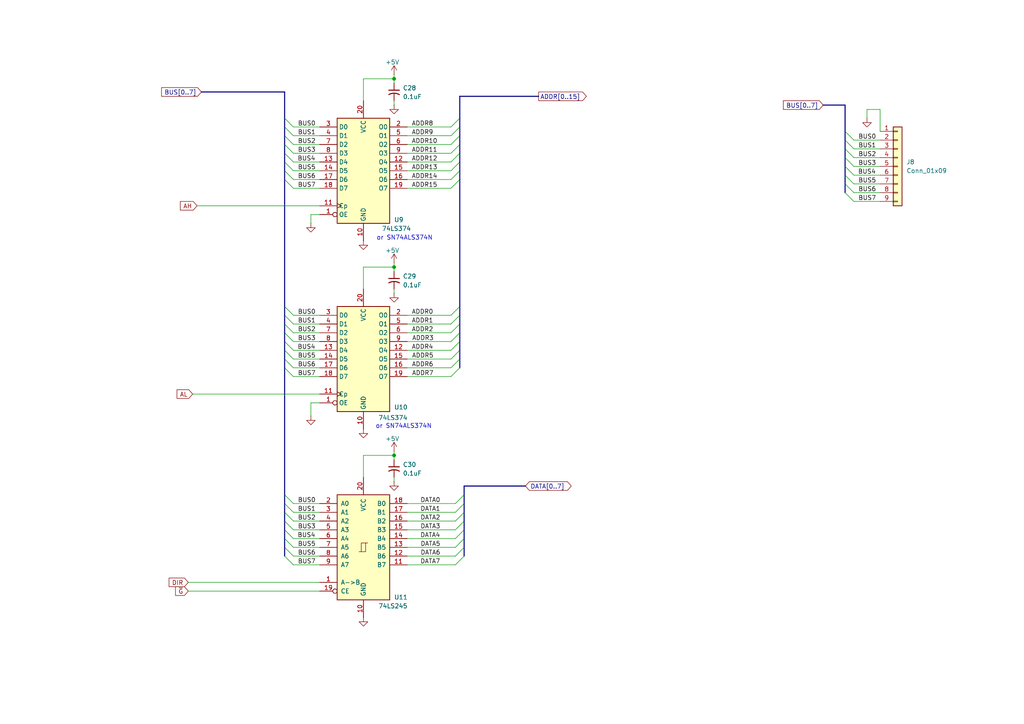
<source format=kicad_sch>
(kicad_sch (version 20250114) (generator "eeschema") (generator_version "9.0")
  (paper "A4")
  (title_block (title "MyCPU") (date "2025-06-23") (company "Sylvain Fortin"))
  (lib_symbols
    (symbol "74xx:74LS245" (pin_names (offset 1.016))
      (property "Reference" "U" (at -7.62 16.51 0))
      (property "Value" "74LS245" (at -7.62 -16.51 0))
      (symbol "74LS245_1_0"
        (polyline (pts (xy -1.27 -1.27) (xy 0.635 -1.27) (xy 0.635 1.27) (xy 1.27 1.27)))
        (polyline (pts (xy -0.635 -1.27) (xy -0.635 1.27) (xy 0.635 1.27)))
        (pin tri_state line (at -12.7 12.7 0) (length 5.08) (name "A0") (number "2"))
        (pin tri_state line (at -12.7 10.16 0) (length 5.08) (name "A1") (number "3"))
        (pin tri_state line (at -12.7 7.62 0) (length 5.08) (name "A2") (number "4"))
        (pin tri_state line (at -12.7 5.08 0) (length 5.08) (name "A3") (number "5"))
        (pin tri_state line (at -12.7 2.54 0) (length 5.08) (name "A4") (number "6"))
        (pin tri_state line (at -12.7 0 0) (length 5.08) (name "A5") (number "7"))
        (pin tri_state line (at -12.7 -2.54 0) (length 5.08) (name "A6") (number "8"))
        (pin tri_state line (at -12.7 -5.08 0) (length 5.08) (name "A7") (number "9"))
        (pin input line (at -12.7 -10.16 0) (length 5.08) (name "A->B") (number "1"))
        (pin input inverted (at -12.7 -12.7 0) (length 5.08) (name "CE") (number "19"))
        (pin power_in line (at 0 20.32 270) (length 5.08) (name "VCC") (number "20"))
        (pin power_in line (at 0 -20.32 90) (length 5.08) (name "GND") (number "10"))
        (pin tri_state line (at 12.7 12.7 180) (length 5.08) (name "B0") (number "18"))
        (pin tri_state line (at 12.7 10.16 180) (length 5.08) (name "B1") (number "17"))
        (pin tri_state line (at 12.7 7.62 180) (length 5.08) (name "B2") (number "16"))
        (pin tri_state line (at 12.7 5.08 180) (length 5.08) (name "B3") (number "15"))
        (pin tri_state line (at 12.7 2.54 180) (length 5.08) (name "B4") (number "14"))
        (pin tri_state line (at 12.7 0 180) (length 5.08) (name "B5") (number "13"))
        (pin tri_state line (at 12.7 -2.54 180) (length 5.08) (name "B6") (number "12"))
        (pin tri_state line (at 12.7 -5.08 180) (length 5.08) (name "B7") (number "11"))
      )
      (symbol "74LS245_1_1"
        (rectangle (start -7.62 15.24) (end 7.62 -15.24) (stroke (width 0.254)) (fill (type background)))
      )
    )
    (symbol "74xx:74LS374"
      (property "Reference" "U" (at -7.62 16.51 0))
      (property "Value" "74LS374" (at -7.62 -16.51 0))
      (symbol "74LS374_1_0"
        (pin input line (at -12.7 12.7 0) (length 5.08) (name "D0") (number "3"))
        (pin input line (at -12.7 10.16 0) (length 5.08) (name "D1") (number "4"))
        (pin input line (at -12.7 7.62 0) (length 5.08) (name "D2") (number "7"))
        (pin input line (at -12.7 5.08 0) (length 5.08) (name "D3") (number "8"))
        (pin input line (at -12.7 2.54 0) (length 5.08) (name "D4") (number "13"))
        (pin input line (at -12.7 0 0) (length 5.08) (name "D5") (number "14"))
        (pin input line (at -12.7 -2.54 0) (length 5.08) (name "D6") (number "17"))
        (pin input line (at -12.7 -5.08 0) (length 5.08) (name "D7") (number "18"))
        (pin input clock (at -12.7 -10.16 0) (length 5.08) (name "Cp") (number "11"))
        (pin input inverted (at -12.7 -12.7 0) (length 5.08) (name "OE") (number "1"))
        (pin power_in line (at 0 20.32 270) (length 5.08) (name "VCC") (number "20"))
        (pin power_in line (at 0 -20.32 90) (length 5.08) (name "GND") (number "10"))
        (pin tri_state line (at 12.7 12.7 180) (length 5.08) (name "O0") (number "2"))
        (pin tri_state line (at 12.7 10.16 180) (length 5.08) (name "O1") (number "5"))
        (pin tri_state line (at 12.7 7.62 180) (length 5.08) (name "O2") (number "6"))
        (pin tri_state line (at 12.7 5.08 180) (length 5.08) (name "O3") (number "9"))
        (pin tri_state line (at 12.7 2.54 180) (length 5.08) (name "O4") (number "12"))
        (pin tri_state line (at 12.7 0 180) (length 5.08) (name "O5") (number "15"))
        (pin tri_state line (at 12.7 -2.54 180) (length 5.08) (name "O6") (number "16"))
        (pin tri_state line (at 12.7 -5.08 180) (length 5.08) (name "O7") (number "19"))
      )
      (symbol "74LS374_1_1"
        (rectangle (start -7.62 15.24) (end 7.62 -15.24) (stroke (width 0.254)) (fill (type background)))
      )
    )
    (symbol "Connector_Generic:Conn_01x09" (pin_names (offset 1.016) (hide yes))
      (property "Reference" "J" (at 0 12.7 0))
      (property "Value" "Conn_01x09" (at 0 -12.7 0))
      (symbol "Conn_01x09_1_1"
        (rectangle (start -1.27 11.43) (end 1.27 -11.43) (stroke (width 0.254)) (fill (type background)))
        (rectangle (start -1.27 10.287) (end 0 10.033) (stroke (width 0.1524)))
        (rectangle (start -1.27 7.747) (end 0 7.493) (stroke (width 0.1524)))
        (rectangle (start -1.27 5.207) (end 0 4.953) (stroke (width 0.1524)))
        (rectangle (start -1.27 2.667) (end 0 2.413) (stroke (width 0.1524)))
        (rectangle (start -1.27 0.127) (end 0 -0.127) (stroke (width 0.1524)))
        (rectangle (start -1.27 -2.413) (end 0 -2.667) (stroke (width 0.1524)))
        (rectangle (start -1.27 -4.953) (end 0 -5.207) (stroke (width 0.1524)))
        (rectangle (start -1.27 -7.493) (end 0 -7.747) (stroke (width 0.1524)))
        (rectangle (start -1.27 -10.033) (end 0 -10.287) (stroke (width 0.1524)))
        (pin passive line (at -5.08 10.16 0) (length 3.81) (name "Pin_1") (number "1"))
        (pin passive line (at -5.08 7.62 0) (length 3.81) (name "Pin_2") (number "2"))
        (pin passive line (at -5.08 5.08 0) (length 3.81) (name "Pin_3") (number "3"))
        (pin passive line (at -5.08 2.54 0) (length 3.81) (name "Pin_4") (number "4"))
        (pin passive line (at -5.08 0 0) (length 3.81) (name "Pin_5") (number "5"))
        (pin passive line (at -5.08 -2.54 0) (length 3.81) (name "Pin_6") (number "6"))
        (pin passive line (at -5.08 -5.08 0) (length 3.81) (name "Pin_7") (number "7"))
        (pin passive line (at -5.08 -7.62 0) (length 3.81) (name "Pin_8") (number "8"))
        (pin passive line (at -5.08 -10.16 0) (length 3.81) (name "Pin_9") (number "9"))
      )
    )
    (symbol "Device:C_Small_US" (pin_numbers (hide yes)) (pin_names (offset 0.254) (hide yes))
      (property "Reference" "C" (at 0.254 1.778 0))
      (property "Value" "C_Small_US" (at 0.254 -2.032 0))
      (symbol "C_Small_US_0_1"
        (polyline (pts (xy -1.524 0.508) (xy 1.524 0.508)) (stroke (width 0.3048)))
        (arc (start -1.524 -0.762) (mid 0 -0.3734) (end 1.524 -0.762) (stroke (width 0.3048)))
      )
      (symbol "C_Small_US_1_1"
        (pin passive line (at 0 2.54 270) (length 2.032) (name "~") (number "1"))
        (pin passive line (at 0 -2.54 90) (length 2.032) (name "~") (number "2"))
      )
    )
    (symbol "power:+5V" (power) (pin_numbers (hide yes)) (pin_names (offset 0) (hide yes))
      (property "Value" "+5V" (at 0 3.556 0))
      (symbol "+5V_0_1"
        (polyline (pts (xy -0.762 1.27) (xy 0 2.54)))
        (polyline (pts (xy 0 2.54) (xy 0.762 1.27)))
        (polyline (pts (xy 0 0) (xy 0 2.54)))
      )
      (symbol "+5V_1_1"
        (pin power_in line (at 0 0 90) (length 0) (name "~") (number "1"))
      )
    )
    (symbol "power:GND" (power) (pin_numbers (hide yes)) (pin_names (offset 0) (hide yes))
      (property "Value" "GND" (at 0 -3.81 0))
      (symbol "GND_0_1"
        (polyline (pts (xy 0 0) (xy 0 -1.27) (xy 1.27 -1.27) (xy 0 -2.54) (xy -1.27 -1.27) (xy 0 -1.27)))
      )
      (symbol "GND_1_1"
        (pin power_in line (at 0 0 270) (length 0) (name "~") (number "1"))
      )
    )
  )
  (text "or SN74ALS374N" (at 117.094 123.698 0) (effects (font (size 1.27 1.27))))
  (text "or SN74ALS374N" (at 117.348 69.088 0) (effects (font (size 1.27 1.27))))
  (junction (at 114.3 22.86))
  (junction (at 114.3 132.08))
  (junction (at 114.3 77.47))
  (bus_entry (at 82.55 44.45) (size 2.54 2.54))
  (bus_entry (at 245.11 55.88) (size 2.54 2.54))
  (bus_entry (at 130.81 44.45) (size 2.54 -2.54))
  (bus_entry (at 82.55 36.83) (size 2.54 2.54))
  (bus_entry (at 130.81 93.98) (size 2.54 -2.54))
  (bus_entry (at 245.11 38.1) (size 2.54 2.54))
  (bus_entry (at 130.81 49.53) (size 2.54 -2.54))
  (bus_entry (at 130.81 101.6) (size 2.54 -2.54))
  (bus_entry (at 82.55 104.14) (size 2.54 2.54))
  (bus_entry (at 132.08 153.67) (size 2.54 -2.54))
  (bus_entry (at 82.55 96.52) (size 2.54 2.54))
  (bus_entry (at 130.81 41.91) (size 2.54 -2.54))
  (bus_entry (at 130.81 104.14) (size 2.54 -2.54))
  (bus_entry (at 82.55 153.67) (size 2.54 2.54))
  (bus_entry (at 82.55 148.59) (size 2.54 2.54))
  (bus_entry (at 132.08 146.05) (size 2.54 -2.54))
  (bus_entry (at 82.55 41.91) (size 2.54 2.54))
  (bus_entry (at 82.55 158.75) (size 2.54 2.54))
  (bus_entry (at 82.55 91.44) (size 2.54 2.54))
  (bus_entry (at 245.11 50.8) (size 2.54 2.54))
  (bus_entry (at 130.81 54.61) (size 2.54 -2.54))
  (bus_entry (at 245.11 40.64) (size 2.54 2.54))
  (bus_entry (at 130.81 106.68) (size 2.54 -2.54))
  (bus_entry (at 245.11 43.18) (size 2.54 2.54))
  (bus_entry (at 82.55 106.68) (size 2.54 2.54))
  (bus_entry (at 130.81 96.52) (size 2.54 -2.54))
  (bus_entry (at 130.81 39.37) (size 2.54 -2.54))
  (bus_entry (at 132.08 158.75) (size 2.54 -2.54))
  (bus_entry (at 130.81 99.06) (size 2.54 -2.54))
  (bus_entry (at 82.55 143.51) (size 2.54 2.54))
  (bus_entry (at 132.08 151.13) (size 2.54 -2.54))
  (bus_entry (at 82.55 101.6) (size 2.54 2.54))
  (bus_entry (at 82.55 151.13) (size 2.54 2.54))
  (bus_entry (at 82.55 99.06) (size 2.54 2.54))
  (bus_entry (at 245.11 53.34) (size 2.54 2.54))
  (bus_entry (at 245.11 45.72) (size 2.54 2.54))
  (bus_entry (at 82.55 34.29) (size 2.54 2.54))
  (bus_entry (at 82.55 156.21) (size 2.54 2.54))
  (bus_entry (at 130.81 109.22) (size 2.54 -2.54))
  (bus_entry (at 132.08 148.59) (size 2.54 -2.54))
  (bus_entry (at 82.55 52.07) (size 2.54 2.54))
  (bus_entry (at 82.55 146.05) (size 2.54 2.54))
  (bus_entry (at 82.55 46.99) (size 2.54 2.54))
  (bus_entry (at 132.08 156.21) (size 2.54 -2.54))
  (bus_entry (at 82.55 161.29) (size 2.54 2.54))
  (bus_entry (at 82.55 93.98) (size 2.54 2.54))
  (bus_entry (at 132.08 163.83) (size 2.54 -2.54))
  (bus_entry (at 130.81 36.83) (size 2.54 -2.54))
  (bus_entry (at 82.55 49.53) (size 2.54 2.54))
  (bus_entry (at 130.81 46.99) (size 2.54 -2.54))
  (bus_entry (at 130.81 91.44) (size 2.54 -2.54))
  (bus_entry (at 245.11 48.26) (size 2.54 2.54))
  (bus_entry (at 82.55 88.9) (size 2.54 2.54))
  (bus_entry (at 132.08 161.29) (size 2.54 -2.54))
  (bus_entry (at 130.81 52.07) (size 2.54 -2.54))
  (bus_entry (at 82.55 39.37) (size 2.54 2.54))
  (wire (pts (xy 251.46 31.75) (xy 255.27 31.75)))
  (wire (pts (xy 85.09 158.75) (xy 92.71 158.75)))
  (wire (pts (xy 85.09 148.59) (xy 92.71 148.59)))
  (wire (pts (xy 85.09 52.07) (xy 92.71 52.07)))
  (bus (pts (xy 82.55 148.59) (xy 82.55 146.05)))
  (bus (pts (xy 134.62 153.67) (xy 134.62 151.13)))
  (bus (pts (xy 238.76 30.48) (xy 245.11 30.48)))
  (wire (pts (xy 118.11 91.44) (xy 130.81 91.44)))
  (bus (pts (xy 82.55 39.37) (xy 82.55 36.83)))
  (wire (pts (xy 85.09 146.05) (xy 92.71 146.05)))
  (bus (pts (xy 82.55 151.13) (xy 82.55 148.59)))
  (wire (pts (xy 247.65 48.26) (xy 255.27 48.26)))
  (bus (pts (xy 82.55 52.07) (xy 82.55 49.53)))
  (bus (pts (xy 245.11 45.72) (xy 245.11 43.18)))
  (wire (pts (xy 85.09 151.13) (xy 92.71 151.13)))
  (bus (pts (xy 82.55 36.83) (xy 82.55 34.29)))
  (bus (pts (xy 82.55 91.44) (xy 82.55 88.9)))
  (wire (pts (xy 85.09 44.45) (xy 92.71 44.45)))
  (wire (pts (xy 57.15 59.69) (xy 92.71 59.69)))
  (bus (pts (xy 82.55 153.67) (xy 82.55 151.13)))
  (wire (pts (xy 118.11 153.67) (xy 132.08 153.67)))
  (bus (pts (xy 133.35 49.53) (xy 133.35 52.07)))
  (wire (pts (xy 118.11 46.99) (xy 130.81 46.99)))
  (bus (pts (xy 133.35 46.99) (xy 133.35 49.53)))
  (wire (pts (xy 247.65 50.8) (xy 255.27 50.8)))
  (wire (pts (xy 114.3 132.08) (xy 114.3 133.35)))
  (wire (pts (xy 118.11 151.13) (xy 132.08 151.13)))
  (bus (pts (xy 82.55 101.6) (xy 82.55 99.06)))
  (bus (pts (xy 133.35 27.94) (xy 133.35 34.29)))
  (wire (pts (xy 118.11 54.61) (xy 130.81 54.61)))
  (wire (pts (xy 247.65 45.72) (xy 255.27 45.72)))
  (wire (pts (xy 118.11 101.6) (xy 130.81 101.6)))
  (bus (pts (xy 245.11 48.26) (xy 245.11 45.72)))
  (wire (pts (xy 105.41 83.82) (xy 105.41 77.47)))
  (bus (pts (xy 133.35 99.06) (xy 133.35 101.6)))
  (wire (pts (xy 247.65 43.18) (xy 255.27 43.18)))
  (wire (pts (xy 85.09 93.98) (xy 92.71 93.98)))
  (bus (pts (xy 133.35 104.14) (xy 133.35 106.68)))
  (wire (pts (xy 118.11 96.52) (xy 130.81 96.52)))
  (wire (pts (xy 105.41 22.86) (xy 105.41 29.21)))
  (wire (pts (xy 114.3 76.2) (xy 114.3 77.47)))
  (wire (pts (xy 85.09 99.06) (xy 92.71 99.06)))
  (bus (pts (xy 82.55 88.9) (xy 82.55 52.07)))
  (bus (pts (xy 134.62 140.97) (xy 152.4 140.97)))
  (bus (pts (xy 245.11 53.34) (xy 245.11 50.8)))
  (wire (pts (xy 118.11 36.83) (xy 130.81 36.83)))
  (wire (pts (xy 247.65 58.42) (xy 255.27 58.42)))
  (bus (pts (xy 82.55 99.06) (xy 82.55 96.52)))
  (wire (pts (xy 85.09 161.29) (xy 92.71 161.29)))
  (bus (pts (xy 133.35 88.9) (xy 133.35 91.44)))
  (bus (pts (xy 134.62 156.21) (xy 134.62 153.67)))
  (wire (pts (xy 118.11 109.22) (xy 130.81 109.22)))
  (wire (pts (xy 114.3 22.86) (xy 114.3 24.13)))
  (bus (pts (xy 134.62 148.59) (xy 134.62 146.05)))
  (wire (pts (xy 85.09 41.91) (xy 92.71 41.91)))
  (bus (pts (xy 133.35 101.6) (xy 133.35 104.14)))
  (bus (pts (xy 82.55 161.29) (xy 82.55 158.75)))
  (wire (pts (xy 85.09 54.61) (xy 92.71 54.61)))
  (wire (pts (xy 118.11 161.29) (xy 132.08 161.29)))
  (bus (pts (xy 82.55 96.52) (xy 82.55 93.98)))
  (wire (pts (xy 85.09 36.83) (xy 92.71 36.83)))
  (wire (pts (xy 247.65 53.34) (xy 255.27 53.34)))
  (bus (pts (xy 82.55 49.53) (xy 82.55 46.99)))
  (wire (pts (xy 85.09 106.68) (xy 92.71 106.68)))
  (wire (pts (xy 247.65 55.88) (xy 255.27 55.88)))
  (bus (pts (xy 82.55 34.29) (xy 82.55 26.67)))
  (bus (pts (xy 82.55 156.21) (xy 82.55 153.67)))
  (wire (pts (xy 55.88 114.3) (xy 92.71 114.3)))
  (wire (pts (xy 114.3 83.82) (xy 114.3 85.09)))
  (wire (pts (xy 251.46 34.29) (xy 251.46 31.75)))
  (bus (pts (xy 133.35 52.07) (xy 133.35 88.9)))
  (bus (pts (xy 133.35 41.91) (xy 133.35 44.45)))
  (wire (pts (xy 118.11 39.37) (xy 130.81 39.37)))
  (bus (pts (xy 133.35 36.83) (xy 133.35 39.37)))
  (bus (pts (xy 245.11 38.1) (xy 245.11 30.48)))
  (wire (pts (xy 105.41 138.43) (xy 105.41 132.08)))
  (bus (pts (xy 82.55 158.75) (xy 82.55 156.21)))
  (bus (pts (xy 245.11 50.8) (xy 245.11 48.26)))
  (bus (pts (xy 133.35 27.94) (xy 156.21 27.94)))
  (wire (pts (xy 114.3 130.81) (xy 114.3 132.08)))
  (wire (pts (xy 255.27 31.75) (xy 255.27 38.1)))
  (bus (pts (xy 134.62 158.75) (xy 134.62 156.21)))
  (wire (pts (xy 85.09 163.83) (xy 92.71 163.83)))
  (bus (pts (xy 245.11 55.88) (xy 245.11 53.34)))
  (wire (pts (xy 247.65 40.64) (xy 255.27 40.64)))
  (wire (pts (xy 105.41 132.08) (xy 114.3 132.08)))
  (wire (pts (xy 90.17 62.23) (xy 92.71 62.23)))
  (wire (pts (xy 114.3 138.43) (xy 114.3 139.7)))
  (bus (pts (xy 133.35 93.98) (xy 133.35 96.52)))
  (bus (pts (xy 133.35 34.29) (xy 133.35 36.83)))
  (wire (pts (xy 85.09 96.52) (xy 92.71 96.52)))
  (wire (pts (xy 118.11 93.98) (xy 130.81 93.98)))
  (wire (pts (xy 118.11 158.75) (xy 132.08 158.75)))
  (bus (pts (xy 82.55 93.98) (xy 82.55 91.44)))
  (wire (pts (xy 105.41 22.86) (xy 114.3 22.86)))
  (bus (pts (xy 82.55 41.91) (xy 82.55 39.37)))
  (wire (pts (xy 118.11 163.83) (xy 132.08 163.83)))
  (wire (pts (xy 85.09 156.21) (xy 92.71 156.21)))
  (wire (pts (xy 85.09 101.6) (xy 92.71 101.6)))
  (wire (pts (xy 118.11 41.91) (xy 130.81 41.91)))
  (wire (pts (xy 118.11 156.21) (xy 132.08 156.21)))
  (wire (pts (xy 54.61 171.45) (xy 92.71 171.45)))
  (bus (pts (xy 134.62 161.29) (xy 134.62 158.75)))
  (bus (pts (xy 134.62 143.51) (xy 134.62 140.97)))
  (wire (pts (xy 114.3 29.21) (xy 114.3 30.48)))
  (bus (pts (xy 82.55 143.51) (xy 82.55 106.68)))
  (wire (pts (xy 118.11 106.68) (xy 130.81 106.68)))
  (wire (pts (xy 85.09 46.99) (xy 92.71 46.99)))
  (wire (pts (xy 85.09 104.14) (xy 92.71 104.14)))
  (bus (pts (xy 134.62 151.13) (xy 134.62 148.59)))
  (wire (pts (xy 118.11 49.53) (xy 130.81 49.53)))
  (bus (pts (xy 133.35 91.44) (xy 133.35 93.98)))
  (wire (pts (xy 118.11 148.59) (xy 132.08 148.59)))
  (bus (pts (xy 134.62 146.05) (xy 134.62 143.51)))
  (wire (pts (xy 118.11 99.06) (xy 130.81 99.06)))
  (wire (pts (xy 118.11 44.45) (xy 130.81 44.45)))
  (bus (pts (xy 133.35 44.45) (xy 133.35 46.99)))
  (bus (pts (xy 82.55 46.99) (xy 82.55 44.45)))
  (wire (pts (xy 85.09 109.22) (xy 92.71 109.22)))
  (bus (pts (xy 82.55 146.05) (xy 82.55 143.51)))
  (bus (pts (xy 245.11 43.18) (xy 245.11 40.64)))
  (wire (pts (xy 85.09 39.37) (xy 92.71 39.37)))
  (wire (pts (xy 118.11 104.14) (xy 130.81 104.14)))
  (bus (pts (xy 82.55 106.68) (xy 82.55 104.14)))
  (wire (pts (xy 54.61 168.91) (xy 92.71 168.91)))
  (bus (pts (xy 133.35 39.37) (xy 133.35 41.91)))
  (wire (pts (xy 90.17 120.65) (xy 90.17 116.84)))
  (wire (pts (xy 85.09 49.53) (xy 92.71 49.53)))
  (bus (pts (xy 82.55 104.14) (xy 82.55 101.6)))
  (wire (pts (xy 85.09 153.67) (xy 92.71 153.67)))
  (wire (pts (xy 105.41 77.47) (xy 114.3 77.47)))
  (bus (pts (xy 82.55 44.45) (xy 82.55 41.91)))
  (bus (pts (xy 133.35 96.52) (xy 133.35 99.06)))
  (wire (pts (xy 114.3 77.47) (xy 114.3 78.74)))
  (wire (pts (xy 90.17 116.84) (xy 92.71 116.84)))
  (wire (pts (xy 118.11 146.05) (xy 132.08 146.05)))
  (wire (pts (xy 114.3 21.59) (xy 114.3 22.86)))
  (wire (pts (xy 85.09 91.44) (xy 92.71 91.44)))
  (bus (pts (xy 245.11 40.64) (xy 245.11 38.1)))
  (wire (pts (xy 90.17 64.77) (xy 90.17 62.23)))
  (wire (pts (xy 118.11 52.07) (xy 130.81 52.07)))
  (bus (pts (xy 82.55 26.67) (xy 58.42 26.67)))
  (label "ADDR9" (at 119.38 39.37 0))
  (label "BUS0" (at 86.36 146.05 0))
  (label "BUS3" (at 86.36 44.45 0))
  (label "DATA1" (at 121.92 148.59 0))
  (label "BUS7" (at 248.92 58.42 0))
  (label "BUS2" (at 248.92 45.72 0))
  (label "ADDR7" (at 119.4639 109.22 0))
  (label "BUS4" (at 86.281 156.21 0))
  (label "BUS6" (at 86.36 52.07 0))
  (label "ADDR2" (at 119.38 96.52 0))
  (label "BUS2" (at 86.36 151.13 0))
  (label "ADDR12" (at 119.38 46.99 0))
  (label "BUS7" (at 86.36 109.22 0))
  (label "DATA4" (at 121.8819 156.21 0))
  (label "DATA0" (at 121.92 146.05 0))
  (label "BUS7" (at 86.36 163.83 0))
  (label "DATA2" (at 121.92 151.13 0))
  (label "BUS6" (at 248.92 55.88 0))
  (label "DATA3" (at 121.92 153.67 0))
  (label "DATA5" (at 121.9449 158.75 0))
  (label "BUS5" (at 86.36 104.14 0))
  (label "BUS2" (at 86.36 41.91 0))
  (label "ADDR15" (at 119.38 54.61 0))
  (label "BUS5" (at 248.92 53.34 0))
  (label "ADDR1" (at 119.38 93.98 0))
  (label "BUS3" (at 248.92 48.26 0))
  (label "BUS5" (at 86.36 49.53 0))
  (label "BUS1" (at 86.36 39.37 0))
  (label "ADDR5" (at 119.4639 104.14 0))
  (label "BUS1" (at 86.36 148.59 0))
  (label "BUS5" (at 86.36 158.75 0))
  (label "BUS6" (at 86.36 161.29 0))
  (label "BUS3" (at 86.36 99.06 0))
  (label "BUS0" (at 86.36 91.44 0))
  (label "BUS7" (at 86.36 54.61 0))
  (label "BUS1" (at 248.92 43.18 0))
  (label "DATA6" (at 121.9449 161.29 0))
  (label "ADDR11" (at 119.38 44.45 0))
  (label "ADDR14" (at 119.38 52.07 0))
  (label "ADDR13" (at 119.38 49.53 0))
  (label "DATA7" (at 121.8819 163.83 0))
  (label "ADDR4" (at 119.38 101.6 0))
  (label "BUS6" (at 86.36 106.68 0))
  (label "BUS4" (at 86.281 46.99 0))
  (label "ADDR0" (at 119.38 91.44 0))
  (label "BUS4" (at 86.281 101.6 0))
  (label "ADDR6" (at 119.4219 106.68 0))
  (label "ADDR8" (at 119.38 36.83 0))
  (label "BUS1" (at 86.36 93.98 0))
  (label "BUS2" (at 86.36 96.52 0))
  (label "BUS4" (at 248.841 50.8 0))
  (label "BUS0" (at 248.92 40.64 0))
  (label "ADDR3" (at 119.5059 99.06 0))
  (label "BUS3" (at 86.36 153.67 0))
  (label "ADDR10" (at 119.38 41.91 0))
  (label "BUS0" (at 86.36 36.83 0))
  (global_label "ADDR[0..15]" (shape output) (at 156.21 27.94 0) (property "Intersheetrefs" "${INTERSHEET_REFS}" (effects (hide yes))))
  (global_label "BUS[0..7]" (shape input) (at 58.42 26.67 180) (property "Intersheetrefs" "${INTERSHEET_REFS}" (effects (hide yes))))
  (global_label "AL" (shape input) (at 55.88 114.3 180) (property "Intersheetrefs" "${INTERSHEET_REFS}" (effects (hide yes))))
  (global_label "DATA[0..7]" (shape bidirectional) (at 152.4 140.97 0) (property "Intersheetrefs" "${INTERSHEET_REFS}" (effects (hide yes))))
  (global_label "~{G}" (shape input) (at 54.61 171.45 180) (property "Intersheetrefs" "${INTERSHEET_REFS}" (effects (hide yes))))
  (global_label "DIR" (shape input) (at 54.61 168.91 180) (property "Intersheetrefs" "${INTERSHEET_REFS}" (effects (hide yes))))
  (global_label "AH" (shape input) (at 57.15 59.69 180) (property "Intersheetrefs" "${INTERSHEET_REFS}" (effects (hide yes))))
  (global_label "BUS[0..7]" (shape input) (at 238.76 30.48 180) (property "Intersheetrefs" "${INTERSHEET_REFS}" (effects (hide yes))))
  (symbol (lib_id "74xx:74LS374") (at 105.41 49.53 0) (unit 1)
    (property "Reference" "U9" (at 114.3 63.754 0) (effects (justify left)))
    (property "Value" "74LS374" (at 110.744 66.294 0) (effects (justify left)))
    (property "Footprint" "Package_DIP:DIP-20_W7.62mm_Socket_LongPads" (effects (hide yes)))
    (property "Datasheet" "http://www.ti.com/lit/gpn/sn74LS374" (effects (hide yes)))
    (property "Description" "8-bit Register, 3-state outputs" (effects (hide yes)))
  )
  (symbol (lib_id "power:GND") (at 105.41 69.85 0) (unit 1)
    (property "Reference" "#PWR064" (effects (hide yes)))
    (property "Value" "GND" (effects (hide yes)))
    (property "Description" "Power symbol creates a global label with name \"GND\" , ground" (effects (hide yes)))
  )
  (symbol (lib_id "power:+5V") (at 114.3 130.81 0) (unit 1)
    (property "Reference" "#PWR068" (effects (hide yes)))
    (property "Value" "+5V" (at 113.792 127.254 0))
    (property "Description" "Power symbol creates a global label with name \"+5V\"" (effects (hide yes)))
  )
  (symbol (lib_id "74xx:74LS245") (at 105.41 158.75 0) (unit 1)
    (property "Reference" "U11" (at 114.3 173.228 0) (effects (justify left)))
    (property "Value" "74LS245" (at 109.728 175.768 0) (effects (justify left)))
    (property "Footprint" "Package_DIP:DIP-20_W7.62mm_Socket_LongPads" (effects (hide yes)))
    (property "Datasheet" "http://www.ti.com/lit/gpn/sn74LS245" (effects (hide yes)))
    (property "Description" "Octal BUS Transceivers, 3-State outputs" (effects (hide yes)))
  )
  (symbol (lib_id "Device:C_Small_US") (at 114.3 26.67 0) (unit 1)
    (property "Reference" "C28" (at 116.84 25.5269 0) (effects (justify left)))
    (property "Value" "0.1uF" (at 116.84 28.0669 0) (effects (justify left)))
    (property "Footprint" "Capacitor_THT:C_Disc_D6.0mm_W2.5mm_P5.00mm" (effects (hide yes)))
    (property "Description" "capacitor, small US symbol" (effects (hide yes)))
  )
  (symbol (lib_id "Connector_Generic:Conn_01x09") (at 260.35 48.26 0) (unit 1)
    (property "Reference" "J8" (at 262.89 46.9899 0) (effects (justify left)))
    (property "Value" "Conn_01x09" (at 262.89 49.5299 0) (effects (justify left)))
    (property "Footprint" "Connector_PinHeader_2.54mm:PinHeader_1x09_P2.54mm_Vertical" (effects (hide yes)))
    (property "Description" "Generic connector, single row, 01x09, script generated (kicad-library-utils/schlib/autogen/connector/)" (effects (hide yes)))
  )
  (symbol (lib_id "power:GND") (at 114.3 85.09 0) (unit 1)
    (property "Reference" "#PWR0138" (effects (hide yes)))
    (property "Value" "GND" (effects (hide yes)))
    (property "Description" "Power symbol creates a global label with name \"GND\" , ground" (effects (hide yes)))
  )
  (symbol (lib_id "74xx:74LS374") (at 105.41 104.14 0) (unit 1)
    (property "Reference" "U10" (at 114.3 118.11 0) (effects (justify left)))
    (property "Value" "74LS374" (at 109.728 121.158 0) (effects (justify left)))
    (property "Footprint" "Package_DIP:DIP-20_W7.62mm_Socket_LongPads" (effects (hide yes)))
    (property "Datasheet" "http://www.ti.com/lit/gpn/sn74LS374" (effects (hide yes)))
    (property "Description" "8-bit Register, 3-state outputs" (effects (hide yes)))
  )
  (symbol (lib_id "power:GND") (at 90.17 120.65 0) (unit 1)
    (property "Reference" "#PWR071" (effects (hide yes)))
    (property "Value" "GND" (effects (hide yes)))
    (property "Description" "Power symbol creates a global label with name \"GND\" , ground" (effects (hide yes)))
  )
  (symbol (lib_id "power:GND") (at 114.3 139.7 0) (unit 1)
    (property "Reference" "#PWR069" (effects (hide yes)))
    (property "Value" "GND" (effects (hide yes)))
    (property "Description" "Power symbol creates a global label with name \"GND\" , ground" (effects (hide yes)))
  )
  (symbol (lib_id "power:+5V") (at 114.3 76.2 0) (unit 1)
    (property "Reference" "#PWR0137" (effects (hide yes)))
    (property "Value" "+5V" (at 113.792 72.644 0))
    (property "Description" "Power symbol creates a global label with name \"+5V\"" (effects (hide yes)))
  )
  (symbol (lib_id "power:GND") (at 90.17 64.77 0) (unit 1)
    (property "Reference" "#PWR070" (effects (hide yes)))
    (property "Value" "GND" (effects (hide yes)))
    (property "Description" "Power symbol creates a global label with name \"GND\" , ground" (effects (hide yes)))
  )
  (symbol (lib_id "power:GND") (at 251.46 34.29 0) (unit 1)
    (property "Reference" "#PWR0139" (effects (hide yes)))
    (property "Value" "GND" (effects (hide yes)))
    (property "Description" "Power symbol creates a global label with name \"GND\" , ground" (effects (hide yes)))
  )
  (symbol (lib_id "power:+5V") (at 114.3 21.59 0) (unit 1)
    (property "Reference" "#PWR067" (effects (hide yes)))
    (property "Value" "+5V" (at 113.792 18.034 0))
    (property "Description" "Power symbol creates a global label with name \"+5V\"" (effects (hide yes)))
  )
  (symbol (lib_id "power:GND") (at 105.41 179.07 0) (unit 1)
    (property "Reference" "#PWR066" (effects (hide yes)))
    (property "Value" "GND" (effects (hide yes)))
    (property "Description" "Power symbol creates a global label with name \"GND\" , ground" (effects (hide yes)))
  )
  (symbol (lib_id "power:GND") (at 114.3 30.48 0) (unit 1)
    (property "Reference" "#PWR0136" (effects (hide yes)))
    (property "Value" "GND" (effects (hide yes)))
    (property "Description" "Power symbol creates a global label with name \"GND\" , ground" (effects (hide yes)))
  )
  (symbol (lib_id "Device:C_Small_US") (at 114.3 135.89 0) (unit 1)
    (property "Reference" "C30" (at 116.84 134.7469 0) (effects (justify left)))
    (property "Value" "0.1uF" (at 116.84 137.2869 0) (effects (justify left)))
    (property "Footprint" "Capacitor_THT:C_Disc_D6.0mm_W2.5mm_P5.00mm" (effects (hide yes)))
    (property "Description" "capacitor, small US symbol" (effects (hide yes)))
  )
  (symbol (lib_id "Device:C_Small_US") (at 114.3 81.28 0) (unit 1)
    (property "Reference" "C29" (at 116.84 80.1369 0) (effects (justify left)))
    (property "Value" "0.1uF" (at 116.84 82.6769 0) (effects (justify left)))
    (property "Footprint" "Capacitor_THT:C_Disc_D6.0mm_W2.5mm_P5.00mm" (effects (hide yes)))
    (property "Description" "capacitor, small US symbol" (effects (hide yes)))
  )
  (symbol (lib_id "power:GND") (at 105.41 124.46 0) (unit 1)
    (property "Reference" "#PWR065" (effects (hide yes)))
    (property "Value" "GND" (effects (hide yes)))
    (property "Description" "Power symbol creates a global label with name \"GND\" , ground" (effects (hide yes)))
  )
)
</source>
